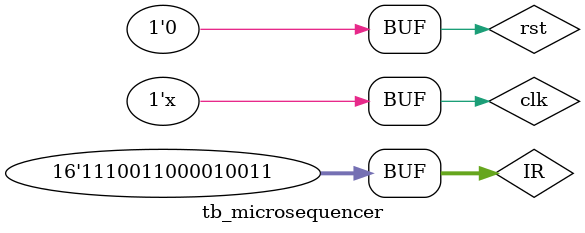
<source format=v>
`timescale 1ns/1ps
module tb_microsequencer();
    reg clk;
    reg rst;
    reg [15:0] IR;
    reg r;
    wire LD_MAR;
    wire LD_MDR;
    wire LD_IR;
    wire LD_BEN;
    wire LD_wire;
    wire LD_CC;
    wire LD_PC;
    wire GATE_PC;
    wire GATE_MDR;
    wire GATE_ALU;
    wire GATE_MARMUX;
    wire GATE_SHF;
    wire PCMUX1;
    wire PCMUX0;
    wire DRMUX;
    wire SR1MUX;
    wire ADDR1MUX;
    wire ADDR2MUX1;
    wire ADDR2MUX0;
    wire MARMUX;
    wire ALUK1;
    wire ALUK0;
    wire MIO_EN;
    wire R_W;
    wire DATA_SIZE;
    wire LSHF1;

    microsequencer dut1(clk,rst,IR[15:0],r,
    LD_MAR, LD_MDR, LD_IR, LD_BEN, LD_REG, LD_CC, LD_PC,
    GATE_PC, GATE_MDR, GATE_ALU, GATE_MARMUX, GATE_SHF, PCMUX1,
    PCMUX0, DRMUX, SR1MUX, ADDR1MUX, ADDR2MUX1, ADDR2MUX0, MARMUX,
    ALUK1, ALUK0, MIO_EN, R_W, DATA_SIZE, LSHF1
    );

    initial begin
        $monitor("RESET: %0b", r);
        clk = 0; rst = 0; IR[15:0] = 16'b1110011000010011; r = 0;

    end
    
    reg memen_cycle = 0;
    parameter mem_cycles = 5;

    always @(posedge clk) begin

        if(dut1.state == 33) begin
            if(memen_cycle == mem_cycles) begin
                r = 1;
                memen_cycle = 0;
            end
            else begin
                r = 0;
                memen_cycle = memen_cycle + 1;
            end
        end
        $display("------------------");
        $display("IR[15:12]: %0b", dut1.IR[15:12]);
        $display("IR[11]: %0b", dut1.IR[11]);
        $display("J: %0d", dut1.J);
        $display("COND1: %0b", dut1.COND1);
        $display("COND0: %0b", dut1.COND0);
        $display("IRD: %0b", dut1.IRD);
        $display("STATE: %0d", dut1.state);
        $display("NEXT_STATE: %0d", dut1.next_state);

    end

    always 
        #5 clk = ~clk;



endmodule
</source>
